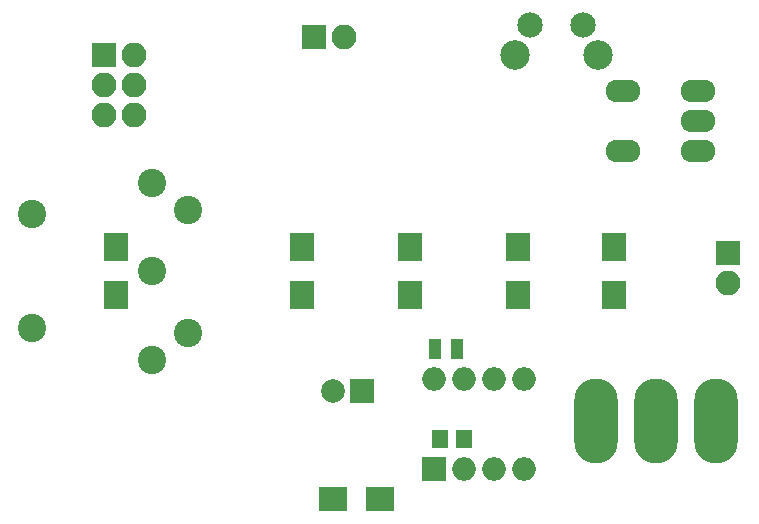
<source format=gbs>
G04 #@! TF.FileFunction,Soldermask,Bot*
%FSLAX46Y46*%
G04 Gerber Fmt 4.6, Leading zero omitted, Abs format (unit mm)*
G04 Created by KiCad (PCBNEW 4.0.7-e2-6376~58~ubuntu17.04.1) date Sun Jan  7 16:58:37 2018*
%MOMM*%
%LPD*%
G01*
G04 APERTURE LIST*
%ADD10C,0.100000*%
%ADD11R,2.000000X2.000000*%
%ADD12O,2.000000X2.000000*%
%ADD13R,1.100000X1.700000*%
%ADD14R,2.100000X2.400000*%
%ADD15R,2.400000X2.100000*%
%ADD16R,1.400000X1.650000*%
%ADD17C,2.000000*%
%ADD18R,2.100000X2.100000*%
%ADD19O,2.100000X2.100000*%
%ADD20C,2.500000*%
%ADD21C,2.150000*%
%ADD22O,3.700000X7.200000*%
%ADD23C,2.400000*%
%ADD24O,2.940000X1.924000*%
G04 APERTURE END LIST*
D10*
D11*
X156972000Y-116332000D03*
D12*
X164592000Y-108712000D03*
X159512000Y-116332000D03*
X162052000Y-108712000D03*
X162052000Y-116332000D03*
X159512000Y-108712000D03*
X164592000Y-116332000D03*
X156972000Y-108712000D03*
D13*
X157038000Y-106172000D03*
X158938000Y-106172000D03*
D14*
X164084000Y-101568000D03*
X164084000Y-97568000D03*
X145796000Y-101568000D03*
X145796000Y-97568000D03*
X130048000Y-101568000D03*
X130048000Y-97568000D03*
X172212000Y-101568000D03*
X172212000Y-97568000D03*
X154940000Y-101568000D03*
X154940000Y-97568000D03*
D15*
X152368000Y-118872000D03*
X148368000Y-118872000D03*
D16*
X157496000Y-113792000D03*
X159496000Y-113792000D03*
D11*
X150876000Y-109728000D03*
D17*
X148376000Y-109728000D03*
D18*
X129032000Y-81280000D03*
D19*
X131572000Y-81280000D03*
X129032000Y-83820000D03*
X131572000Y-83820000D03*
X129032000Y-86360000D03*
X131572000Y-86360000D03*
D20*
X170860000Y-81230000D03*
D21*
X169600000Y-78740000D03*
X165100000Y-78740000D03*
D20*
X163850000Y-81230000D03*
D22*
X180848000Y-112268000D03*
X170688000Y-112268000D03*
X175768000Y-112268000D03*
D18*
X181864000Y-98044000D03*
D19*
X181864000Y-100584000D03*
D18*
X146812000Y-79756000D03*
D19*
X149352000Y-79756000D03*
D23*
X122936000Y-94768000D03*
X136156000Y-94368000D03*
X136156000Y-104768000D03*
X133096000Y-107068000D03*
X133096000Y-99568000D03*
X133096000Y-92068000D03*
X122936000Y-104368000D03*
D24*
X172974000Y-84328000D03*
X172974000Y-89408000D03*
X179324000Y-84328000D03*
X179324000Y-86868000D03*
X179324000Y-89408000D03*
M02*

</source>
